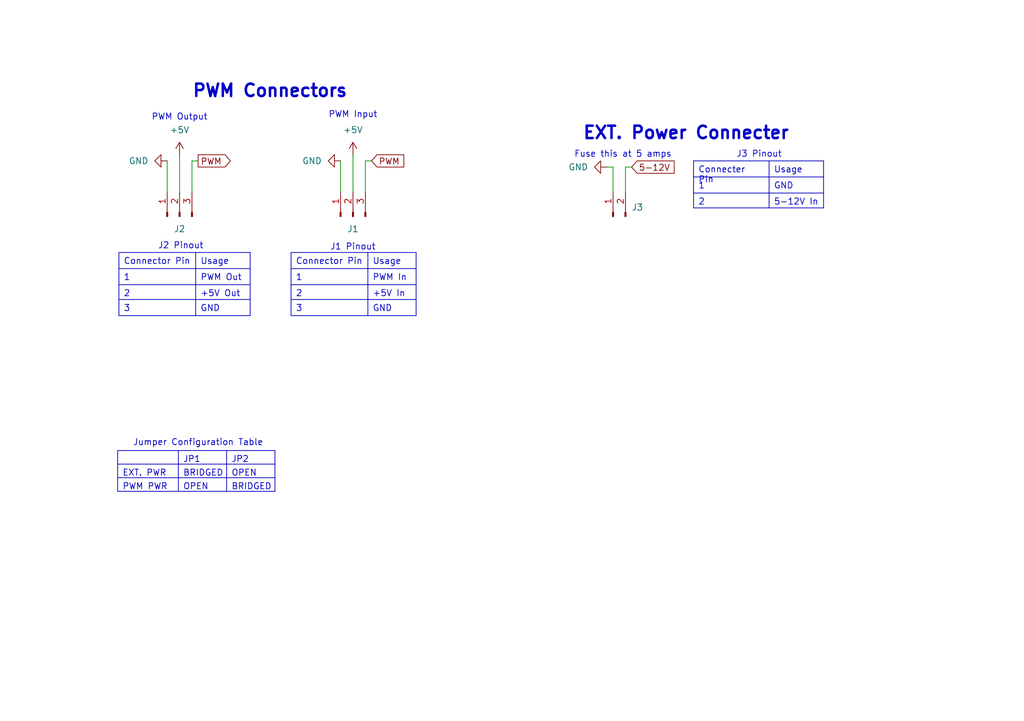
<source format=kicad_sch>
(kicad_sch (version 20250114) (generator "eeschema") (generator_version "9.0")
  (paper "A5")
  (title_block (title "Connector Wiring Diagram") (date "2025-10-09") (rev "1"))
  (lib_symbols
    (symbol "Connector:Conn_01x02_Pin" (pin_names (offset 1.016) (hide yes))
      (property "Reference" "J" (at 0 2.54 0))
      (property "Value" "Conn_01x02_Pin" (at 0 -5.08 0))
      (symbol "Conn_01x02_Pin_1_1"
        (rectangle (start 0.8636 0.127) (end 0 -0.127) (stroke (width 0.1524)) (fill (type outline)))
        (rectangle (start 0.8636 -2.413) (end 0 -2.667) (stroke (width 0.1524)) (fill (type outline)))
        (polyline (pts (xy 1.27 0) (xy 0.8636 0)) (stroke (width 0.1524)))
        (polyline (pts (xy 1.27 -2.54) (xy 0.8636 -2.54)) (stroke (width 0.1524)))
        (pin passive line (at 5.08 0 180) (length 3.81) (name "Pin_1") (number "1"))
        (pin passive line (at 5.08 -2.54 180) (length 3.81) (name "Pin_2") (number "2"))
      )
    )
    (symbol "Connector:Conn_01x03_Pin" (pin_names (offset 1.016) (hide yes))
      (property "Reference" "J" (at 0 5.08 0))
      (property "Value" "Conn_01x03_Pin" (at 0 -5.08 0))
      (symbol "Conn_01x03_Pin_1_1"
        (rectangle (start 0.8636 2.667) (end 0 2.413) (stroke (width 0.1524)) (fill (type outline)))
        (rectangle (start 0.8636 0.127) (end 0 -0.127) (stroke (width 0.1524)) (fill (type outline)))
        (rectangle (start 0.8636 -2.413) (end 0 -2.667) (stroke (width 0.1524)) (fill (type outline)))
        (polyline (pts (xy 1.27 2.54) (xy 0.8636 2.54)) (stroke (width 0.1524)))
        (polyline (pts (xy 1.27 0) (xy 0.8636 0)) (stroke (width 0.1524)))
        (polyline (pts (xy 1.27 -2.54) (xy 0.8636 -2.54)) (stroke (width 0.1524)))
        (pin passive line (at 5.08 2.54 180) (length 3.81) (name "Pin_1") (number "1"))
        (pin passive line (at 5.08 0 180) (length 3.81) (name "Pin_2") (number "2"))
        (pin passive line (at 5.08 -2.54 180) (length 3.81) (name "Pin_3") (number "3"))
      )
    )
    (symbol "power:+5V" (power) (pin_numbers (hide yes)) (pin_names (offset 0) (hide yes))
      (property "Value" "+5V" (at 0 3.556 0))
      (symbol "+5V_0_1"
        (polyline (pts (xy -0.762 1.27) (xy 0 2.54)))
        (polyline (pts (xy 0 2.54) (xy 0.762 1.27)))
        (polyline (pts (xy 0 0) (xy 0 2.54)))
      )
      (symbol "+5V_1_1"
        (pin power_in line (at 0 0 90) (length 0) (name "~") (number "1"))
      )
    )
    (symbol "power:GND" (power) (pin_numbers (hide yes)) (pin_names (offset 0) (hide yes))
      (property "Value" "GND" (at 0 -3.81 0))
      (symbol "GND_0_1"
        (polyline (pts (xy 0 0) (xy 0 -1.27) (xy 1.27 -1.27) (xy 0 -2.54) (xy -1.27 -1.27) (xy 0 -1.27)))
      )
      (symbol "GND_1_1"
        (pin power_in line (at 0 0 270) (length 0) (name "~") (number "1"))
      )
    )
  )
  (text "J2 Pinout" (at 37.084 50.546 0) (effects (font (size 1.27 1.27))))
  (text "PWM Output" (at 36.83 24.13 0) (effects (font (size 1.27 1.27))))
  (text "PWM Input" (at 72.39 23.622 0) (effects (font (size 1.27 1.27))))
  (text "J1 Pinout" (at 72.39 50.8 0) (effects (font (size 1.27 1.27))))
  (text "Jumper Configuration Table\n" (at 40.64 90.932 0) (effects (font (size 1.27 1.27))))
  (text "J3 Pinout" (at 155.702 31.75 0) (effects (font (size 1.27 1.27))))
  (text "EXT. Power Connecter" (at 140.716 27.432 0) (effects (font (size 2.54 2.54) (thickness 0.508) (bold yes))))
  (text "Fuse this at 5 amps" (at 127.762 31.75 0) (effects (font (size 1.27 1.27))))
  (text "PWM Connectors" (at 55.372 18.796 0) (effects (font (size 2.54 2.54) (thickness 0.508) (bold yes))))
  (wire (pts (xy 69.85 33.02) (xy 69.85 39.37)))
  (wire (pts (xy 128.27 34.29) (xy 129.54 34.29)))
  (wire (pts (xy 74.93 33.02) (xy 76.2 33.02)))
  (wire (pts (xy 34.29 33.02) (xy 34.29 39.37)))
  (wire (pts (xy 39.37 33.02) (xy 40.64 33.02)))
  (wire (pts (xy 125.73 39.37) (xy 125.73 34.29)))
  (wire (pts (xy 36.83 31.75) (xy 36.83 39.37)))
  (wire (pts (xy 72.39 31.75) (xy 72.39 39.37)))
  (wire (pts (xy 74.93 39.37) (xy 74.93 33.02)))
  (wire (pts (xy 124.46 34.29) (xy 125.73 34.29)))
  (wire (pts (xy 128.27 39.37) (xy 128.27 34.29)))
  (wire (pts (xy 39.37 39.37) (xy 39.37 33.02)))
  (table (column_count 2) (border (external yes) (header yes)) (separators (rows yes) (cols yes)) (column_widths 15.748 9.906) (row_heights 3.302 3.302 3.048 3.302) (cells (table_cell "Connector Pin" (at 59.69 51.816 0) (size 15.748 3.302) (margins 0.9525 0.9525 0.9525 0.9525) (span 1 1)) (table_cell "Usage" (at 75.438 51.816 0) (size 9.906 3.302) (margins 0.9525 0.9525 0.9525 0.9525) (span 1 1)) (table_cell "1" (at 59.69 55.118 0) (size 15.748 3.302) (margins 0.9525 0.9525 0.9525 0.9525) (span 1 1)) (table_cell "PWM In" (at 75.438 55.118 0) (size 9.906 3.302) (margins 0.9525 0.9525 0.9525 0.9525) (span 1 1)) (table_cell "2" (at 59.69 58.42 0) (size 15.748 3.048) (margins 0.9525 0.9525 0.9525 0.9525) (span 1 1)) (table_cell "+5V In" (at 75.438 58.42 0) (size 9.906 3.048) (margins 0.9525 0.9525 0.9525 0.9525) (span 1 1)) (table_cell "3" (at 59.69 61.468 0) (size 15.748 3.302) (margins 0.9525 0.9525 0.9525 0.9525) (span 1 1)) (table_cell "GND" (at 75.438 61.468 0) (size 9.906 3.302) (margins 0.9525 0.9525 0.9525 0.9525) (span 1 1))))
  (table (column_count 2) (border (external yes) (header yes)) (separators (rows yes) (cols yes)) (column_widths 15.494 11.176) (row_heights 3.302 3.302 3.048) (cells (table_cell "Connecter Pin" (at 142.24 33.02 0) (size 15.494 3.302) (margins 0.9525 0.9525 0.9525 0.9525) (span 1 1)) (table_cell "Usage" (at 157.734 33.02 0) (size 11.176 3.302) (margins 0.9525 0.9525 0.9525 0.9525) (span 1 1)) (table_cell "1" (at 142.24 36.322 0) (size 15.494 3.302) (margins 0.9525 0.9525 0.9525 0.9525) (span 1 1)) (table_cell "GND" (at 157.734 36.322 0) (size 11.176 3.302) (margins 0.9525 0.9525 0.9525 0.9525) (span 1 1)) (table_cell "2" (at 142.24 39.624 0) (size 15.494 3.048) (margins 0.9525 0.9525 0.9525 0.9525) (span 1 1)) (table_cell "5-12V In" (at 157.734 39.624 0) (size 11.176 3.048) (margins 0.9525 0.9525 0.9525 0.9525) (span 1 1))))
  (table (column_count 3) (border (external yes) (header yes)) (separators (rows yes) (cols yes)) (column_widths 12.446 9.906 9.906) (row_heights 2.794 2.794 2.794) (cells (table_cell "" (at 24.13 92.456 0) (size 12.446 2.794) (margins 0.9525 0.9525 0.9525 0.9525) (span 1 1)) (table_cell "JP1" (at 36.576 92.456 0) (size 9.906 2.794) (margins 0.9525 0.9525 0.9525 0.9525) (span 1 1)) (table_cell "JP2" (at 46.482 92.456 0) (size 9.906 2.794) (margins 0.9525 0.9525 0.9525 0.9525) (span 1 1)) (table_cell "EXT. PWR" (at 24.13 95.25 0) (size 12.446 2.794) (margins 0.9525 0.9525 0.9525 0.9525) (span 1 1)) (table_cell "BRIDGED" (at 36.576 95.25 0) (size 9.906 2.794) (margins 0.9525 0.9525 0.9525 0.9525) (span 1 1)) (table_cell "OPEN" (at 46.482 95.25 0) (size 9.906 2.794) (margins 0.9525 0.9525 0.9525 0.9525) (span 1 1)) (table_cell "PWM PWR" (at 24.13 98.044 0) (size 12.446 2.794) (margins 0.9525 0.9525 0.9525 0.9525) (span 1 1)) (table_cell "OPEN" (at 36.576 98.044 0) (size 9.906 2.794) (margins 0.9525 0.9525 0.9525 0.9525) (span 1 1)) (table_cell "BRIDGED" (at 46.482 98.044 0) (size 9.906 2.794) (margins 0.9525 0.9525 0.9525 0.9525) (span 1 1))))
  (table (column_count 2) (border (external yes) (header yes)) (separators (rows yes) (cols yes)) (column_widths 15.748 11.176) (row_heights 3.302 3.302 3.048 3.302) (cells (table_cell "Connector Pin" (at 24.384 51.816 0) (size 15.748 3.302) (margins 0.9525 0.9525 0.9525 0.9525) (span 1 1)) (table_cell "Usage" (at 40.132 51.816 0) (size 11.176 3.302) (margins 0.9525 0.9525 0.9525 0.9525) (span 1 1)) (table_cell "1" (at 24.384 55.118 0) (size 15.748 3.302) (margins 0.9525 0.9525 0.9525 0.9525) (span 1 1)) (table_cell "PWM Out" (at 40.132 55.118 0) (size 11.176 3.302) (margins 0.9525 0.9525 0.9525 0.9525) (span 1 1)) (table_cell "2" (at 24.384 58.42 0) (size 15.748 3.048) (margins 0.9525 0.9525 0.9525 0.9525) (span 1 1)) (table_cell "+5V Out" (at 40.132 58.42 0) (size 11.176 3.048) (margins 0.9525 0.9525 0.9525 0.9525) (span 1 1)) (table_cell "3" (at 24.384 61.468 0) (size 15.748 3.302) (margins 0.9525 0.9525 0.9525 0.9525) (span 1 1)) (table_cell "GND" (at 40.132 61.468 0) (size 11.176 3.302) (margins 0.9525 0.9525 0.9525 0.9525) (span 1 1))))
  (global_label "PWM" (shape output) (at 40.64 33.02 0) (property "Intersheetrefs" "${INTERSHEET_REFS}" (effects (hide yes))))
  (global_label "5-12V" (shape input) (at 129.54 34.29 0) (property "Intersheetrefs" "${INTERSHEET_REFS}" (effects (hide yes))))
  (global_label "PWM" (shape input) (at 76.2 33.02 0) (property "Intersheetrefs" "${INTERSHEET_REFS}" (effects (hide yes))))
  (symbol (lib_id "power:+5V") (at 36.83 31.75 0) (unit 1)
    (property "Reference" "#PWR02" (effects (hide yes)))
    (property "Value" "+5V" (at 36.83 26.67 0))
    (property "Description" "Power symbol creates a global label with name \"+5V\"" (effects (hide yes)))
  )
  (symbol (lib_id "Connector:Conn_01x02_Pin") (at 125.73 44.45 90) (unit 1)
    (property "Reference" "J3" (at 129.54 42.5449 90) (effects (justify right)))
    (property "Value" "Conn_01x02_Pin" (effects (hide yes)))
    (property "Description" "Generic connector, single row, 01x02, script generated" (effects (hide yes)))
  )
  (symbol (lib_id "power:GND") (at 34.29 33.02 270) (unit 1)
    (property "Reference" "#PWR03" (effects (hide yes)))
    (property "Value" "GND" (at 30.48 33.0199 90) (effects (justify right)))
    (property "Description" "Power symbol creates a global label with name \"GND\" , ground" (effects (hide yes)))
  )
  (symbol (lib_id "Connector:Conn_01x03_Pin") (at 36.83 44.45 90) (unit 1)
    (property "Reference" "J2" (at 36.83 46.99 90))
    (property "Value" "Conn_01x03_Pin" (effects (hide yes)))
    (property "Description" "Generic connector, single row, 01x03, script generated" (effects (hide yes)))
  )
  (symbol (lib_id "power:+5V") (at 72.39 31.75 0) (unit 1)
    (property "Reference" "#PWR01" (effects (hide yes)))
    (property "Value" "+5V" (at 72.39 26.67 0))
    (property "Description" "Power symbol creates a global label with name \"+5V\"" (effects (hide yes)))
  )
  (symbol (lib_id "power:GND") (at 69.85 33.02 270) (unit 1)
    (property "Reference" "#PWR04" (effects (hide yes)))
    (property "Value" "GND" (at 66.04 33.0199 90) (effects (justify right)))
    (property "Description" "Power symbol creates a global label with name \"GND\" , ground" (effects (hide yes)))
  )
  (symbol (lib_id "power:GND") (at 124.46 34.29 270) (unit 1)
    (property "Reference" "#PWR05" (effects (hide yes)))
    (property "Value" "GND" (at 120.65 34.2899 90) (effects (justify right)))
    (property "Description" "Power symbol creates a global label with name \"GND\" , ground" (effects (hide yes)))
  )
  (symbol (lib_id "Connector:Conn_01x03_Pin") (at 72.39 44.45 90) (unit 1)
    (property "Reference" "J1" (at 72.39 46.99 90))
    (property "Value" "Conn_01x03_Pin" (effects (hide yes)))
    (property "Description" "Generic connector, single row, 01x03, script generated" (effects (hide yes)))
  )
)
</source>
